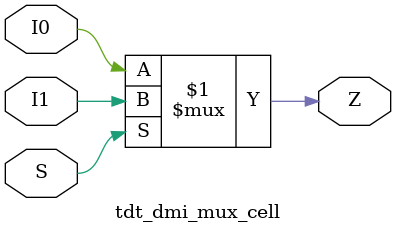
<source format=v>
module tdt_dmi_mux_cell(
  I0,
  I1,
  S,
  Z
);
//RELEASE_INST_LIB

input   I0;
input   I1;
input   S;
output  Z;

wire Z;

assign Z = S ? I1 : I0; //Customs can replace this line with their own mux_cell

//`ifdef TDT_DMI_TSMC
//  `ifdef TDT_DMI_PROCESS12FFC
//    MUX2D8BWP6T16P96CPDLVT x_mux_cell(
//      .I0 (I0),
//      .I1 (I1),
//      .S  (S ),
//      .Z  (Z )
//    );
//  `else
//    `ifdef TDT_DMI_PROCESS28HPC
//      MUX2D4BWP30P140 x_mux_cell(
//        .I0 (I0),
//        .I1 (I1),
//        .S  (S ),
//        .Z  (Z )
//      );
//    `endif
//  `endif
//`endif

endmodule

</source>
